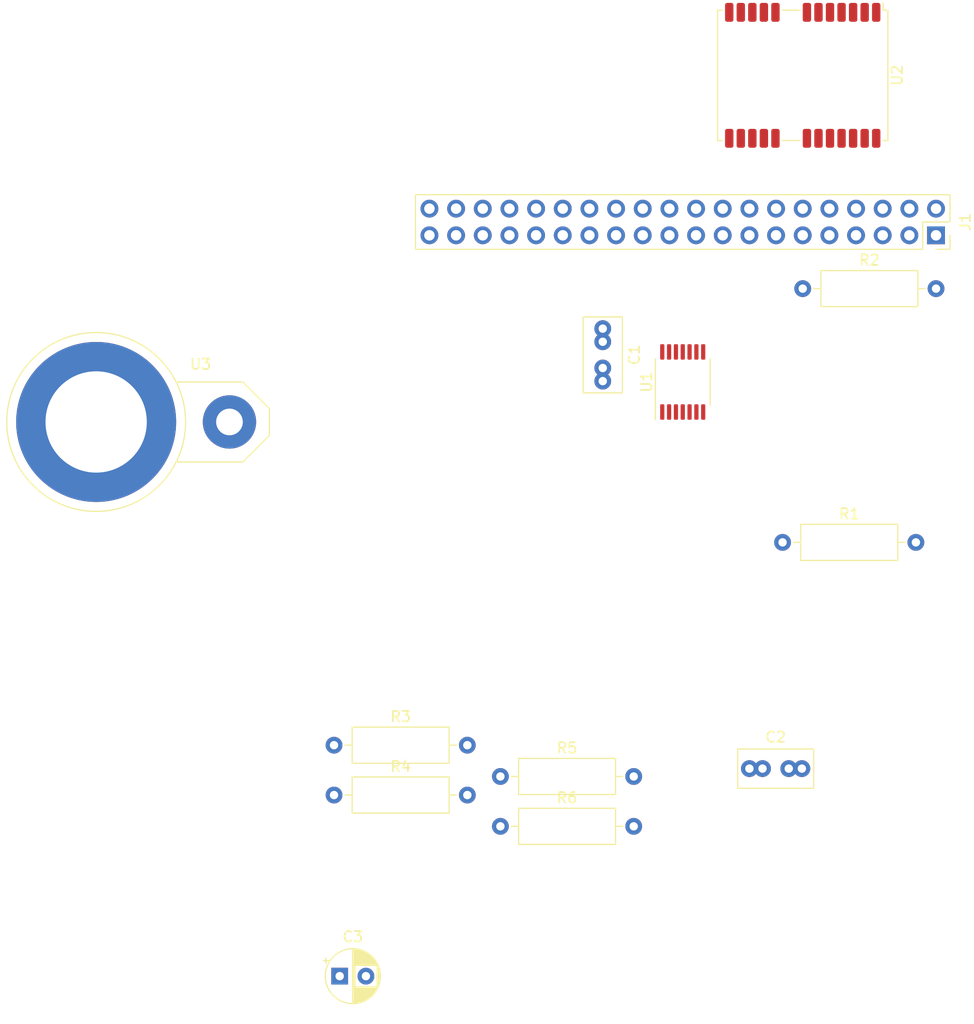
<source format=kicad_pcb>
(kicad_pcb (version 20171130) (host pcbnew "(5.1.8-0-10_14)")

  (general
    (thickness 1.6)
    (drawings 0)
    (tracks 0)
    (zones 0)
    (modules 13)
    (nets 68)
  )

  (page A4)
  (layers
    (0 F.Cu signal)
    (31 B.Cu signal)
    (32 B.Adhes user)
    (33 F.Adhes user)
    (34 B.Paste user)
    (35 F.Paste user)
    (36 B.SilkS user)
    (37 F.SilkS user)
    (38 B.Mask user)
    (39 F.Mask user)
    (40 Dwgs.User user)
    (41 Cmts.User user)
    (42 Eco1.User user)
    (43 Eco2.User user)
    (44 Edge.Cuts user)
    (45 Margin user)
    (46 B.CrtYd user)
    (47 F.CrtYd user)
    (48 B.Fab user)
    (49 F.Fab user)
  )

  (setup
    (last_trace_width 0.25)
    (trace_clearance 0.2)
    (zone_clearance 0.508)
    (zone_45_only no)
    (trace_min 0.2)
    (via_size 0.8)
    (via_drill 0.4)
    (via_min_size 0.4)
    (via_min_drill 0.3)
    (uvia_size 0.3)
    (uvia_drill 0.1)
    (uvias_allowed no)
    (uvia_min_size 0.2)
    (uvia_min_drill 0.1)
    (edge_width 0.05)
    (segment_width 0.2)
    (pcb_text_width 0.3)
    (pcb_text_size 1.5 1.5)
    (mod_edge_width 0.12)
    (mod_text_size 1 1)
    (mod_text_width 0.15)
    (pad_size 1.524 1.524)
    (pad_drill 0.762)
    (pad_to_mask_clearance 0)
    (aux_axis_origin 0 0)
    (grid_origin 162.56 81.28)
    (visible_elements FFFFFF7F)
    (pcbplotparams
      (layerselection 0x010fc_ffffffff)
      (usegerberextensions false)
      (usegerberattributes true)
      (usegerberadvancedattributes true)
      (creategerberjobfile true)
      (excludeedgelayer true)
      (linewidth 0.100000)
      (plotframeref false)
      (viasonmask false)
      (mode 1)
      (useauxorigin false)
      (hpglpennumber 1)
      (hpglpenspeed 20)
      (hpglpendiameter 15.000000)
      (psnegative false)
      (psa4output false)
      (plotreference true)
      (plotvalue true)
      (plotinvisibletext false)
      (padsonsilk false)
      (subtractmaskfromsilk false)
      (outputformat 1)
      (mirror false)
      (drillshape 1)
      (scaleselection 1)
      (outputdirectory ""))
  )

  (net 0 "")
  (net 1 Earth)
  (net 2 "Net-(C1-Pad1)")
  (net 3 "Net-(C2-Pad1)")
  (net 4 "Net-(C3-Pad1)")
  (net 5 "Net-(J1-Pad40)")
  (net 6 "Net-(J1-Pad39)")
  (net 7 "Net-(J1-Pad38)")
  (net 8 "Net-(J1-Pad37)")
  (net 9 "Net-(J1-Pad36)")
  (net 10 "Net-(J1-Pad35)")
  (net 11 "Net-(J1-Pad34)")
  (net 12 "Net-(J1-Pad33)")
  (net 13 "Net-(J1-Pad32)")
  (net 14 "Net-(J1-Pad31)")
  (net 15 "Net-(J1-Pad30)")
  (net 16 "Net-(J1-Pad29)")
  (net 17 "Net-(J1-Pad28)")
  (net 18 "Net-(J1-Pad27)")
  (net 19 "Net-(J1-Pad26)")
  (net 20 "Net-(J1-Pad25)")
  (net 21 "Net-(J1-Pad24)")
  (net 22 "Net-(J1-Pad23)")
  (net 23 "Net-(J1-Pad22)")
  (net 24 "Net-(J1-Pad21)")
  (net 25 "Net-(J1-Pad20)")
  (net 26 "Net-(J1-Pad19)")
  (net 27 "Net-(J1-Pad18)")
  (net 28 "Net-(J1-Pad17)")
  (net 29 "Net-(J1-Pad16)")
  (net 30 "Net-(J1-Pad15)")
  (net 31 "Net-(J1-Pad14)")
  (net 32 "Net-(J1-Pad13)")
  (net 33 "Net-(J1-Pad12)")
  (net 34 "Net-(J1-Pad11)")
  (net 35 "Net-(J1-Pad10)")
  (net 36 "Net-(J1-Pad9)")
  (net 37 "Net-(J1-Pad8)")
  (net 38 "Net-(J1-Pad7)")
  (net 39 "Net-(J1-Pad6)")
  (net 40 "Net-(J1-Pad5)")
  (net 41 "Net-(J1-Pad4)")
  (net 42 "Net-(J1-Pad3)")
  (net 43 "Net-(J1-Pad2)")
  (net 44 "Net-(R1-Pad1)")
  (net 45 "Net-(R3-Pad2)")
  (net 46 "Net-(R3-Pad1)")
  (net 47 "Net-(R5-Pad2)")
  (net 48 "Net-(R5-Pad1)")
  (net 49 "Net-(U1-Pad6)")
  (net 50 "Net-(U2-Pad22)")
  (net 51 "Net-(U2-Pad19)")
  (net 52 "Net-(U2-Pad18)")
  (net 53 "Net-(U2-Pad17)")
  (net 54 "Net-(U2-Pad16)")
  (net 55 "Net-(U2-Pad15)")
  (net 56 "Net-(U2-Pad14)")
  (net 57 "Net-(U2-Pad11)")
  (net 58 "Net-(U2-Pad9)")
  (net 59 "Net-(U2-Pad8)")
  (net 60 "Net-(U2-Pad7)")
  (net 61 "Net-(U2-Pad6)")
  (net 62 "Net-(U2-Pad5)")
  (net 63 "Net-(U2-Pad4)")
  (net 64 "Net-(U2-Pad2)")
  (net 65 "Net-(U2-Pad1)")
  (net 66 "Net-(U3-Pad1)")
  (net 67 "Net-(U3-Pad2)")

  (net_class Default "This is the default net class."
    (clearance 0.2)
    (trace_width 0.25)
    (via_dia 0.8)
    (via_drill 0.4)
    (uvia_dia 0.3)
    (uvia_drill 0.1)
    (add_net Earth)
    (add_net "Net-(C1-Pad1)")
    (add_net "Net-(C2-Pad1)")
    (add_net "Net-(C3-Pad1)")
    (add_net "Net-(J1-Pad10)")
    (add_net "Net-(J1-Pad11)")
    (add_net "Net-(J1-Pad12)")
    (add_net "Net-(J1-Pad13)")
    (add_net "Net-(J1-Pad14)")
    (add_net "Net-(J1-Pad15)")
    (add_net "Net-(J1-Pad16)")
    (add_net "Net-(J1-Pad17)")
    (add_net "Net-(J1-Pad18)")
    (add_net "Net-(J1-Pad19)")
    (add_net "Net-(J1-Pad2)")
    (add_net "Net-(J1-Pad20)")
    (add_net "Net-(J1-Pad21)")
    (add_net "Net-(J1-Pad22)")
    (add_net "Net-(J1-Pad23)")
    (add_net "Net-(J1-Pad24)")
    (add_net "Net-(J1-Pad25)")
    (add_net "Net-(J1-Pad26)")
    (add_net "Net-(J1-Pad27)")
    (add_net "Net-(J1-Pad28)")
    (add_net "Net-(J1-Pad29)")
    (add_net "Net-(J1-Pad3)")
    (add_net "Net-(J1-Pad30)")
    (add_net "Net-(J1-Pad31)")
    (add_net "Net-(J1-Pad32)")
    (add_net "Net-(J1-Pad33)")
    (add_net "Net-(J1-Pad34)")
    (add_net "Net-(J1-Pad35)")
    (add_net "Net-(J1-Pad36)")
    (add_net "Net-(J1-Pad37)")
    (add_net "Net-(J1-Pad38)")
    (add_net "Net-(J1-Pad39)")
    (add_net "Net-(J1-Pad4)")
    (add_net "Net-(J1-Pad40)")
    (add_net "Net-(J1-Pad5)")
    (add_net "Net-(J1-Pad6)")
    (add_net "Net-(J1-Pad7)")
    (add_net "Net-(J1-Pad8)")
    (add_net "Net-(J1-Pad9)")
    (add_net "Net-(R1-Pad1)")
    (add_net "Net-(R3-Pad1)")
    (add_net "Net-(R3-Pad2)")
    (add_net "Net-(R5-Pad1)")
    (add_net "Net-(R5-Pad2)")
    (add_net "Net-(U1-Pad6)")
    (add_net "Net-(U2-Pad1)")
    (add_net "Net-(U2-Pad11)")
    (add_net "Net-(U2-Pad14)")
    (add_net "Net-(U2-Pad15)")
    (add_net "Net-(U2-Pad16)")
    (add_net "Net-(U2-Pad17)")
    (add_net "Net-(U2-Pad18)")
    (add_net "Net-(U2-Pad19)")
    (add_net "Net-(U2-Pad2)")
    (add_net "Net-(U2-Pad22)")
    (add_net "Net-(U2-Pad4)")
    (add_net "Net-(U2-Pad5)")
    (add_net "Net-(U2-Pad6)")
    (add_net "Net-(U2-Pad7)")
    (add_net "Net-(U2-Pad8)")
    (add_net "Net-(U2-Pad9)")
    (add_net "Net-(U3-Pad1)")
    (add_net "Net-(U3-Pad2)")
  )

  (module Connector_Coaxial:BNC_PanelMountable_Vertical (layer F.Cu) (tedit 5A1DC01E) (tstamp 5FDE77B5)
    (at 120.65 68.58)
    (descr "Panel-mountable BNC connector mounted through PCB, vertical")
    (tags "BNC connector")
    (path /5FDF0F61)
    (fp_text reference U3 (at -2.75 -5.5) (layer F.SilkS)
      (effects (font (size 1 1) (thickness 0.15)))
    )
    (fp_text value CAM-M8N (at -0.15 5.3) (layer F.Fab)
      (effects (font (size 1 1) (thickness 0.15)))
    )
    (fp_arc (start -12.7 0) (end -4.75 4.5) (angle 301) (layer F.CrtYd) (width 0.05))
    (fp_text user %R (at -8.89 0) (layer F.Fab)
      (effects (font (size 1 1) (thickness 0.15)))
    )
    (fp_line (start -4.75 -4.5) (end 1.25 -4.5) (layer F.CrtYd) (width 0.05))
    (fp_line (start 1.25 -4.5) (end 4.5 -1.25) (layer F.CrtYd) (width 0.05))
    (fp_line (start 4.5 -1.25) (end 4.5 1.25) (layer F.CrtYd) (width 0.05))
    (fp_line (start 4.5 1.25) (end 1.25 4.5) (layer F.CrtYd) (width 0.05))
    (fp_line (start 1.25 4.5) (end -4.75 4.5) (layer F.CrtYd) (width 0.05))
    (fp_line (start -5.08 3.81) (end 1.27 3.81) (layer F.SilkS) (width 0.12))
    (fp_line (start 1.27 3.81) (end 3.81 1.27) (layer F.SilkS) (width 0.12))
    (fp_line (start 3.81 1.27) (end 3.81 -1.27) (layer F.SilkS) (width 0.12))
    (fp_line (start 3.81 -1.27) (end 1.27 -3.81) (layer F.SilkS) (width 0.12))
    (fp_line (start 1.27 -3.81) (end -5.08 -3.81) (layer F.SilkS) (width 0.12))
    (fp_circle (center -12.75 0) (end -6.75 5.75) (layer F.Fab) (width 0.1))
    (fp_circle (center -12.7 0) (end -5.08 3.81) (layer F.SilkS) (width 0.12))
    (pad 1 thru_hole circle (at 0 0) (size 5.08 5.08) (drill 2.54) (layers *.Cu *.Mask)
      (net 66 "Net-(U3-Pad1)"))
    (pad 2 thru_hole circle (at -12.7 0) (size 15.24 15.24) (drill 9.65) (layers *.Cu *.Mask)
      (net 67 "Net-(U3-Pad2)"))
    (model ${KISYS3DMOD}/Connector_Coaxial.3dshapes/BNC_PanelMountable_Vertical.wrl
      (at (xyz 0 0 0))
      (scale (xyz 1 1 1))
      (rotate (xyz 0 0 0))
    )
  )

  (module RF_GPS:ublox_NEO (layer F.Cu) (tedit 5E9E8DCC) (tstamp 5FDE77A1)
    (at 175.26 35.56 270)
    (descr "ublox NEO 6/7/8, (https://www.u-blox.com/sites/default/files/NEO-8Q-NEO-M8-FW3_HardwareIntegrationManual_%28UBX-15029985%29_0.pdf)")
    (tags "GPS ublox NEO 6/7/8")
    (path /5FDEDB61)
    (attr smd)
    (fp_text reference U2 (at 0 -9 90) (layer F.SilkS)
      (effects (font (size 1 1) (thickness 0.15)))
    )
    (fp_text value NEO-M8N (at 0 0.8 90) (layer F.Fab)
      (effects (font (size 1 1) (thickness 0.15)))
    )
    (fp_text user %R (at 0 -0.8 90) (layer F.Fab)
      (effects (font (size 1 1) (thickness 0.15)))
    )
    (fp_line (start -5.1 -8) (end 6.1 -8) (layer F.Fab) (width 0.1))
    (fp_line (start 6.1 -8) (end 6.1 8) (layer F.Fab) (width 0.1))
    (fp_line (start -6.1 8) (end 6.1 8) (layer F.Fab) (width 0.1))
    (fp_line (start -6.1 -7) (end -6.1 8) (layer F.Fab) (width 0.1))
    (fp_line (start -6.21 0.26) (end -6.21 1.94) (layer F.SilkS) (width 0.12))
    (fp_line (start 6.21 0.26) (end 6.21 1.94) (layer F.SilkS) (width 0.12))
    (fp_line (start -6.21 8.11) (end 6.21 8.11) (layer F.SilkS) (width 0.12))
    (fp_line (start -6.21 -8.11) (end 6.21 -8.11) (layer F.SilkS) (width 0.12))
    (fp_line (start -6.21 7.66) (end -6.21 8.11) (layer F.SilkS) (width 0.12))
    (fp_line (start 6.21 -8.11) (end 6.21 -7.66) (layer F.SilkS) (width 0.12))
    (fp_line (start -7.15 -8.25) (end -7.15 8.25) (layer F.CrtYd) (width 0.05))
    (fp_line (start -7.15 -8.25) (end 7.15 -8.25) (layer F.CrtYd) (width 0.05))
    (fp_line (start 7.15 -8.25) (end 7.15 8.25) (layer F.CrtYd) (width 0.05))
    (fp_line (start -7.15 8.25) (end 7.15 8.25) (layer F.CrtYd) (width 0.05))
    (fp_line (start 6.21 7.66) (end 6.21 8.1) (layer F.SilkS) (width 0.12))
    (fp_line (start -5.1 -8) (end -6.1 -7) (layer F.Fab) (width 0.1))
    (fp_line (start -6.21 -8.11) (end -6.21 -7.66) (layer F.SilkS) (width 0.12))
    (fp_line (start -6.9 -7.66) (end -6.21 -7.66) (layer F.SilkS) (width 0.12))
    (pad 24 smd roundrect (at 6 -7 270) (size 1.8 0.8) (layers F.Cu F.Paste F.Mask) (roundrect_rratio 0.25)
      (net 1 Earth))
    (pad 23 smd roundrect (at 6 -5.9 270) (size 1.8 0.8) (layers F.Cu F.Paste F.Mask) (roundrect_rratio 0.25)
      (net 2 "Net-(C1-Pad1)"))
    (pad 22 smd roundrect (at 6 -4.8 270) (size 1.8 0.8) (layers F.Cu F.Paste F.Mask) (roundrect_rratio 0.25)
      (net 50 "Net-(U2-Pad22)"))
    (pad 21 smd roundrect (at 6 -3.7 270) (size 1.8 0.8) (layers F.Cu F.Paste F.Mask) (roundrect_rratio 0.25)
      (net 37 "Net-(J1-Pad8)"))
    (pad 20 smd roundrect (at 6 -2.6 270) (size 1.8 0.8) (layers F.Cu F.Paste F.Mask) (roundrect_rratio 0.25)
      (net 35 "Net-(J1-Pad10)"))
    (pad 19 smd roundrect (at 6 -1.5 270) (size 1.8 0.8) (layers F.Cu F.Paste F.Mask) (roundrect_rratio 0.25)
      (net 51 "Net-(U2-Pad19)"))
    (pad 18 smd roundrect (at 6 -0.4 270) (size 1.8 0.8) (layers F.Cu F.Paste F.Mask) (roundrect_rratio 0.25)
      (net 52 "Net-(U2-Pad18)"))
    (pad 17 smd roundrect (at 6 2.6 270) (size 1.8 0.8) (layers F.Cu F.Paste F.Mask) (roundrect_rratio 0.25)
      (net 53 "Net-(U2-Pad17)"))
    (pad 16 smd roundrect (at 6 3.7 270) (size 1.8 0.8) (layers F.Cu F.Paste F.Mask) (roundrect_rratio 0.25)
      (net 54 "Net-(U2-Pad16)"))
    (pad 15 smd roundrect (at 6 4.8 270) (size 1.8 0.8) (layers F.Cu F.Paste F.Mask) (roundrect_rratio 0.25)
      (net 55 "Net-(U2-Pad15)"))
    (pad 14 smd roundrect (at 6 5.9 270) (size 1.8 0.8) (layers F.Cu F.Paste F.Mask) (roundrect_rratio 0.25)
      (net 56 "Net-(U2-Pad14)"))
    (pad 13 smd roundrect (at 6 7 270) (size 1.8 0.8) (layers F.Cu F.Paste F.Mask) (roundrect_rratio 0.25)
      (net 1 Earth))
    (pad 12 smd roundrect (at -6 7 270) (size 1.8 0.8) (layers F.Cu F.Paste F.Mask) (roundrect_rratio 0.25)
      (net 1 Earth))
    (pad 11 smd roundrect (at -6 5.9 270) (size 1.8 0.8) (layers F.Cu F.Paste F.Mask) (roundrect_rratio 0.25)
      (net 57 "Net-(U2-Pad11)"))
    (pad 10 smd roundrect (at -6 4.8 270) (size 1.8 0.8) (layers F.Cu F.Paste F.Mask) (roundrect_rratio 0.25)
      (net 1 Earth))
    (pad 9 smd roundrect (at -6 3.7 270) (size 1.8 0.8) (layers F.Cu F.Paste F.Mask) (roundrect_rratio 0.25)
      (net 58 "Net-(U2-Pad9)"))
    (pad 8 smd roundrect (at -6 2.6 270) (size 1.8 0.8) (layers F.Cu F.Paste F.Mask) (roundrect_rratio 0.25)
      (net 59 "Net-(U2-Pad8)"))
    (pad 7 smd roundrect (at -6 -0.4 270) (size 1.8 0.8) (layers F.Cu F.Paste F.Mask) (roundrect_rratio 0.25)
      (net 60 "Net-(U2-Pad7)"))
    (pad 6 smd roundrect (at -6 -1.5 270) (size 1.8 0.8) (layers F.Cu F.Paste F.Mask) (roundrect_rratio 0.25)
      (net 61 "Net-(U2-Pad6)"))
    (pad 5 smd roundrect (at -6 -2.6 270) (size 1.8 0.8) (layers F.Cu F.Paste F.Mask) (roundrect_rratio 0.25)
      (net 62 "Net-(U2-Pad5)"))
    (pad 4 smd roundrect (at -6 -3.7 270) (size 1.8 0.8) (layers F.Cu F.Paste F.Mask) (roundrect_rratio 0.25)
      (net 63 "Net-(U2-Pad4)"))
    (pad 3 smd roundrect (at -6 -4.8 270) (size 1.8 0.8) (layers F.Cu F.Paste F.Mask) (roundrect_rratio 0.25)
      (net 45 "Net-(R3-Pad2)"))
    (pad 2 smd roundrect (at -6 -5.9 270) (size 1.8 0.8) (layers F.Cu F.Paste F.Mask) (roundrect_rratio 0.25)
      (net 64 "Net-(U2-Pad2)"))
    (pad 1 smd roundrect (at -6 -7 270) (size 1.8 0.8) (layers F.Cu F.Paste F.Mask) (roundrect_rratio 0.25)
      (net 65 "Net-(U2-Pad1)"))
    (model ${KISYS3DMOD}/RF_GPS.3dshapes/ublox_NEO.wrl
      (at (xyz 0 0 0))
      (scale (xyz 1 1 1))
      (rotate (xyz 0 0 0))
    )
  )

  (module Package_SO:TSSOP-14_4.4x5mm_P0.65mm (layer F.Cu) (tedit 5E476F32) (tstamp 5FDE7772)
    (at 163.83 64.77 90)
    (descr "TSSOP, 14 Pin (JEDEC MO-153 Var AB-1 https://www.jedec.org/document_search?search_api_views_fulltext=MO-153), generated with kicad-footprint-generator ipc_gullwing_generator.py")
    (tags "TSSOP SO")
    (path /5FDE22C2)
    (attr smd)
    (fp_text reference U1 (at 0 -3.45 90) (layer F.SilkS)
      (effects (font (size 1 1) (thickness 0.15)))
    )
    (fp_text value TDC7200 (at 0 3.45 90) (layer F.Fab)
      (effects (font (size 1 1) (thickness 0.15)))
    )
    (fp_text user %R (at 0 0 90) (layer F.Fab)
      (effects (font (size 1 1) (thickness 0.15)))
    )
    (fp_line (start 0 2.61) (end 2.2 2.61) (layer F.SilkS) (width 0.12))
    (fp_line (start 0 2.61) (end -2.2 2.61) (layer F.SilkS) (width 0.12))
    (fp_line (start 0 -2.61) (end 2.2 -2.61) (layer F.SilkS) (width 0.12))
    (fp_line (start 0 -2.61) (end -3.6 -2.61) (layer F.SilkS) (width 0.12))
    (fp_line (start -1.2 -2.5) (end 2.2 -2.5) (layer F.Fab) (width 0.1))
    (fp_line (start 2.2 -2.5) (end 2.2 2.5) (layer F.Fab) (width 0.1))
    (fp_line (start 2.2 2.5) (end -2.2 2.5) (layer F.Fab) (width 0.1))
    (fp_line (start -2.2 2.5) (end -2.2 -1.5) (layer F.Fab) (width 0.1))
    (fp_line (start -2.2 -1.5) (end -1.2 -2.5) (layer F.Fab) (width 0.1))
    (fp_line (start -3.85 -2.75) (end -3.85 2.75) (layer F.CrtYd) (width 0.05))
    (fp_line (start -3.85 2.75) (end 3.85 2.75) (layer F.CrtYd) (width 0.05))
    (fp_line (start 3.85 2.75) (end 3.85 -2.75) (layer F.CrtYd) (width 0.05))
    (fp_line (start 3.85 -2.75) (end -3.85 -2.75) (layer F.CrtYd) (width 0.05))
    (pad 14 smd roundrect (at 2.8625 -1.95 90) (size 1.475 0.4) (layers F.Cu F.Paste F.Mask) (roundrect_rratio 0.25)
      (net 2 "Net-(C1-Pad1)"))
    (pad 13 smd roundrect (at 2.8625 -1.3 90) (size 1.475 0.4) (layers F.Cu F.Paste F.Mask) (roundrect_rratio 0.25)
      (net 3 "Net-(C2-Pad1)"))
    (pad 12 smd roundrect (at 2.8625 -0.65 90) (size 1.475 0.4) (layers F.Cu F.Paste F.Mask) (roundrect_rratio 0.25)
      (net 22 "Net-(J1-Pad23)"))
    (pad 11 smd roundrect (at 2.8625 0 90) (size 1.475 0.4) (layers F.Cu F.Paste F.Mask) (roundrect_rratio 0.25)
      (net 21 "Net-(J1-Pad24)"))
    (pad 10 smd roundrect (at 2.8625 0.65 90) (size 1.475 0.4) (layers F.Cu F.Paste F.Mask) (roundrect_rratio 0.25)
      (net 24 "Net-(J1-Pad21)"))
    (pad 9 smd roundrect (at 2.8625 1.3 90) (size 1.475 0.4) (layers F.Cu F.Paste F.Mask) (roundrect_rratio 0.25)
      (net 26 "Net-(J1-Pad19)"))
    (pad 8 smd roundrect (at 2.8625 1.95 90) (size 1.475 0.4) (layers F.Cu F.Paste F.Mask) (roundrect_rratio 0.25)
      (net 7 "Net-(J1-Pad38)"))
    (pad 7 smd roundrect (at -2.8625 1.95 90) (size 1.475 0.4) (layers F.Cu F.Paste F.Mask) (roundrect_rratio 0.25)
      (net 1 Earth))
    (pad 6 smd roundrect (at -2.8625 1.3 90) (size 1.475 0.4) (layers F.Cu F.Paste F.Mask) (roundrect_rratio 0.25)
      (net 49 "Net-(U1-Pad6)"))
    (pad 5 smd roundrect (at -2.8625 0.65 90) (size 1.475 0.4) (layers F.Cu F.Paste F.Mask) (roundrect_rratio 0.25)
      (net 47 "Net-(R5-Pad2)"))
    (pad 4 smd roundrect (at -2.8625 0 90) (size 1.475 0.4) (layers F.Cu F.Paste F.Mask) (roundrect_rratio 0.25)
      (net 48 "Net-(R5-Pad1)"))
    (pad 3 smd roundrect (at -2.8625 -0.65 90) (size 1.475 0.4) (layers F.Cu F.Paste F.Mask) (roundrect_rratio 0.25)
      (net 46 "Net-(R3-Pad1)"))
    (pad 2 smd roundrect (at -2.8625 -1.3 90) (size 1.475 0.4) (layers F.Cu F.Paste F.Mask) (roundrect_rratio 0.25)
      (net 5 "Net-(J1-Pad40)"))
    (pad 1 smd roundrect (at -2.8625 -1.95 90) (size 1.475 0.4) (layers F.Cu F.Paste F.Mask) (roundrect_rratio 0.25)
      (net 44 "Net-(R1-Pad1)"))
    (model ${KISYS3DMOD}/Package_SO.3dshapes/TSSOP-14_4.4x5mm_P0.65mm.wrl
      (at (xyz 0 0 0))
      (scale (xyz 1 1 1))
      (rotate (xyz 0 0 0))
    )
  )

  (module Resistor_THT:R_Axial_DIN0309_L9.0mm_D3.2mm_P12.70mm_Horizontal (layer F.Cu) (tedit 5AE5139B) (tstamp 5FDE7752)
    (at 146.46 107.1)
    (descr "Resistor, Axial_DIN0309 series, Axial, Horizontal, pin pitch=12.7mm, 0.5W = 1/2W, length*diameter=9*3.2mm^2, http://cdn-reichelt.de/documents/datenblatt/B400/1_4W%23YAG.pdf")
    (tags "Resistor Axial_DIN0309 series Axial Horizontal pin pitch 12.7mm 0.5W = 1/2W length 9mm diameter 3.2mm")
    (path /5FDF3A7A)
    (fp_text reference R6 (at 6.35 -2.72) (layer F.SilkS)
      (effects (font (size 1 1) (thickness 0.15)))
    )
    (fp_text value 100 (at 6.35 2.72) (layer F.Fab)
      (effects (font (size 1 1) (thickness 0.15)))
    )
    (fp_text user %R (at 6.35 0) (layer F.Fab)
      (effects (font (size 1 1) (thickness 0.15)))
    )
    (fp_line (start 1.85 -1.6) (end 1.85 1.6) (layer F.Fab) (width 0.1))
    (fp_line (start 1.85 1.6) (end 10.85 1.6) (layer F.Fab) (width 0.1))
    (fp_line (start 10.85 1.6) (end 10.85 -1.6) (layer F.Fab) (width 0.1))
    (fp_line (start 10.85 -1.6) (end 1.85 -1.6) (layer F.Fab) (width 0.1))
    (fp_line (start 0 0) (end 1.85 0) (layer F.Fab) (width 0.1))
    (fp_line (start 12.7 0) (end 10.85 0) (layer F.Fab) (width 0.1))
    (fp_line (start 1.73 -1.72) (end 1.73 1.72) (layer F.SilkS) (width 0.12))
    (fp_line (start 1.73 1.72) (end 10.97 1.72) (layer F.SilkS) (width 0.12))
    (fp_line (start 10.97 1.72) (end 10.97 -1.72) (layer F.SilkS) (width 0.12))
    (fp_line (start 10.97 -1.72) (end 1.73 -1.72) (layer F.SilkS) (width 0.12))
    (fp_line (start 1.04 0) (end 1.73 0) (layer F.SilkS) (width 0.12))
    (fp_line (start 11.66 0) (end 10.97 0) (layer F.SilkS) (width 0.12))
    (fp_line (start -1.05 -1.85) (end -1.05 1.85) (layer F.CrtYd) (width 0.05))
    (fp_line (start -1.05 1.85) (end 13.75 1.85) (layer F.CrtYd) (width 0.05))
    (fp_line (start 13.75 1.85) (end 13.75 -1.85) (layer F.CrtYd) (width 0.05))
    (fp_line (start 13.75 -1.85) (end -1.05 -1.85) (layer F.CrtYd) (width 0.05))
    (pad 2 thru_hole oval (at 12.7 0) (size 1.6 1.6) (drill 0.8) (layers *.Cu *.Mask)
      (net 47 "Net-(R5-Pad2)"))
    (pad 1 thru_hole circle (at 0 0) (size 1.6 1.6) (drill 0.8) (layers *.Cu *.Mask)
      (net 48 "Net-(R5-Pad1)"))
    (model ${KISYS3DMOD}/Resistor_THT.3dshapes/R_Axial_DIN0309_L9.0mm_D3.2mm_P12.70mm_Horizontal.wrl
      (at (xyz 0 0 0))
      (scale (xyz 1 1 1))
      (rotate (xyz 0 0 0))
    )
  )

  (module Resistor_THT:R_Axial_DIN0309_L9.0mm_D3.2mm_P12.70mm_Horizontal (layer F.Cu) (tedit 5AE5139B) (tstamp 5FDE773B)
    (at 146.46 102.35)
    (descr "Resistor, Axial_DIN0309 series, Axial, Horizontal, pin pitch=12.7mm, 0.5W = 1/2W, length*diameter=9*3.2mm^2, http://cdn-reichelt.de/documents/datenblatt/B400/1_4W%23YAG.pdf")
    (tags "Resistor Axial_DIN0309 series Axial Horizontal pin pitch 12.7mm 0.5W = 1/2W length 9mm diameter 3.2mm")
    (path /5FDF4304)
    (fp_text reference R5 (at 6.35 -2.72) (layer F.SilkS)
      (effects (font (size 1 1) (thickness 0.15)))
    )
    (fp_text value 100 (at 6.35 2.72) (layer F.Fab)
      (effects (font (size 1 1) (thickness 0.15)))
    )
    (fp_text user %R (at 6.35 0) (layer F.Fab)
      (effects (font (size 1 1) (thickness 0.15)))
    )
    (fp_line (start 1.85 -1.6) (end 1.85 1.6) (layer F.Fab) (width 0.1))
    (fp_line (start 1.85 1.6) (end 10.85 1.6) (layer F.Fab) (width 0.1))
    (fp_line (start 10.85 1.6) (end 10.85 -1.6) (layer F.Fab) (width 0.1))
    (fp_line (start 10.85 -1.6) (end 1.85 -1.6) (layer F.Fab) (width 0.1))
    (fp_line (start 0 0) (end 1.85 0) (layer F.Fab) (width 0.1))
    (fp_line (start 12.7 0) (end 10.85 0) (layer F.Fab) (width 0.1))
    (fp_line (start 1.73 -1.72) (end 1.73 1.72) (layer F.SilkS) (width 0.12))
    (fp_line (start 1.73 1.72) (end 10.97 1.72) (layer F.SilkS) (width 0.12))
    (fp_line (start 10.97 1.72) (end 10.97 -1.72) (layer F.SilkS) (width 0.12))
    (fp_line (start 10.97 -1.72) (end 1.73 -1.72) (layer F.SilkS) (width 0.12))
    (fp_line (start 1.04 0) (end 1.73 0) (layer F.SilkS) (width 0.12))
    (fp_line (start 11.66 0) (end 10.97 0) (layer F.SilkS) (width 0.12))
    (fp_line (start -1.05 -1.85) (end -1.05 1.85) (layer F.CrtYd) (width 0.05))
    (fp_line (start -1.05 1.85) (end 13.75 1.85) (layer F.CrtYd) (width 0.05))
    (fp_line (start 13.75 1.85) (end 13.75 -1.85) (layer F.CrtYd) (width 0.05))
    (fp_line (start 13.75 -1.85) (end -1.05 -1.85) (layer F.CrtYd) (width 0.05))
    (pad 2 thru_hole oval (at 12.7 0) (size 1.6 1.6) (drill 0.8) (layers *.Cu *.Mask)
      (net 47 "Net-(R5-Pad2)"))
    (pad 1 thru_hole circle (at 0 0) (size 1.6 1.6) (drill 0.8) (layers *.Cu *.Mask)
      (net 48 "Net-(R5-Pad1)"))
    (model ${KISYS3DMOD}/Resistor_THT.3dshapes/R_Axial_DIN0309_L9.0mm_D3.2mm_P12.70mm_Horizontal.wrl
      (at (xyz 0 0 0))
      (scale (xyz 1 1 1))
      (rotate (xyz 0 0 0))
    )
  )

  (module Resistor_THT:R_Axial_DIN0309_L9.0mm_D3.2mm_P12.70mm_Horizontal (layer F.Cu) (tedit 5AE5139B) (tstamp 5FDE7724)
    (at 130.61 104.12)
    (descr "Resistor, Axial_DIN0309 series, Axial, Horizontal, pin pitch=12.7mm, 0.5W = 1/2W, length*diameter=9*3.2mm^2, http://cdn-reichelt.de/documents/datenblatt/B400/1_4W%23YAG.pdf")
    (tags "Resistor Axial_DIN0309 series Axial Horizontal pin pitch 12.7mm 0.5W = 1/2W length 9mm diameter 3.2mm")
    (path /5FDF4B56)
    (fp_text reference R4 (at 6.35 -2.72) (layer F.SilkS)
      (effects (font (size 1 1) (thickness 0.15)))
    )
    (fp_text value 100 (at 6.35 2.72) (layer F.Fab)
      (effects (font (size 1 1) (thickness 0.15)))
    )
    (fp_text user %R (at 6.35 0) (layer F.Fab)
      (effects (font (size 1 1) (thickness 0.15)))
    )
    (fp_line (start 1.85 -1.6) (end 1.85 1.6) (layer F.Fab) (width 0.1))
    (fp_line (start 1.85 1.6) (end 10.85 1.6) (layer F.Fab) (width 0.1))
    (fp_line (start 10.85 1.6) (end 10.85 -1.6) (layer F.Fab) (width 0.1))
    (fp_line (start 10.85 -1.6) (end 1.85 -1.6) (layer F.Fab) (width 0.1))
    (fp_line (start 0 0) (end 1.85 0) (layer F.Fab) (width 0.1))
    (fp_line (start 12.7 0) (end 10.85 0) (layer F.Fab) (width 0.1))
    (fp_line (start 1.73 -1.72) (end 1.73 1.72) (layer F.SilkS) (width 0.12))
    (fp_line (start 1.73 1.72) (end 10.97 1.72) (layer F.SilkS) (width 0.12))
    (fp_line (start 10.97 1.72) (end 10.97 -1.72) (layer F.SilkS) (width 0.12))
    (fp_line (start 10.97 -1.72) (end 1.73 -1.72) (layer F.SilkS) (width 0.12))
    (fp_line (start 1.04 0) (end 1.73 0) (layer F.SilkS) (width 0.12))
    (fp_line (start 11.66 0) (end 10.97 0) (layer F.SilkS) (width 0.12))
    (fp_line (start -1.05 -1.85) (end -1.05 1.85) (layer F.CrtYd) (width 0.05))
    (fp_line (start -1.05 1.85) (end 13.75 1.85) (layer F.CrtYd) (width 0.05))
    (fp_line (start 13.75 1.85) (end 13.75 -1.85) (layer F.CrtYd) (width 0.05))
    (fp_line (start 13.75 -1.85) (end -1.05 -1.85) (layer F.CrtYd) (width 0.05))
    (pad 2 thru_hole oval (at 12.7 0) (size 1.6 1.6) (drill 0.8) (layers *.Cu *.Mask)
      (net 45 "Net-(R3-Pad2)"))
    (pad 1 thru_hole circle (at 0 0) (size 1.6 1.6) (drill 0.8) (layers *.Cu *.Mask)
      (net 46 "Net-(R3-Pad1)"))
    (model ${KISYS3DMOD}/Resistor_THT.3dshapes/R_Axial_DIN0309_L9.0mm_D3.2mm_P12.70mm_Horizontal.wrl
      (at (xyz 0 0 0))
      (scale (xyz 1 1 1))
      (rotate (xyz 0 0 0))
    )
  )

  (module Resistor_THT:R_Axial_DIN0309_L9.0mm_D3.2mm_P12.70mm_Horizontal (layer F.Cu) (tedit 5AE5139B) (tstamp 5FDE770D)
    (at 130.61 99.37)
    (descr "Resistor, Axial_DIN0309 series, Axial, Horizontal, pin pitch=12.7mm, 0.5W = 1/2W, length*diameter=9*3.2mm^2, http://cdn-reichelt.de/documents/datenblatt/B400/1_4W%23YAG.pdf")
    (tags "Resistor Axial_DIN0309 series Axial Horizontal pin pitch 12.7mm 0.5W = 1/2W length 9mm diameter 3.2mm")
    (path /5FDF50AF)
    (fp_text reference R3 (at 6.35 -2.72) (layer F.SilkS)
      (effects (font (size 1 1) (thickness 0.15)))
    )
    (fp_text value 100 (at 6.35 2.72) (layer F.Fab)
      (effects (font (size 1 1) (thickness 0.15)))
    )
    (fp_text user %R (at 6.35 0) (layer F.Fab)
      (effects (font (size 1 1) (thickness 0.15)))
    )
    (fp_line (start 1.85 -1.6) (end 1.85 1.6) (layer F.Fab) (width 0.1))
    (fp_line (start 1.85 1.6) (end 10.85 1.6) (layer F.Fab) (width 0.1))
    (fp_line (start 10.85 1.6) (end 10.85 -1.6) (layer F.Fab) (width 0.1))
    (fp_line (start 10.85 -1.6) (end 1.85 -1.6) (layer F.Fab) (width 0.1))
    (fp_line (start 0 0) (end 1.85 0) (layer F.Fab) (width 0.1))
    (fp_line (start 12.7 0) (end 10.85 0) (layer F.Fab) (width 0.1))
    (fp_line (start 1.73 -1.72) (end 1.73 1.72) (layer F.SilkS) (width 0.12))
    (fp_line (start 1.73 1.72) (end 10.97 1.72) (layer F.SilkS) (width 0.12))
    (fp_line (start 10.97 1.72) (end 10.97 -1.72) (layer F.SilkS) (width 0.12))
    (fp_line (start 10.97 -1.72) (end 1.73 -1.72) (layer F.SilkS) (width 0.12))
    (fp_line (start 1.04 0) (end 1.73 0) (layer F.SilkS) (width 0.12))
    (fp_line (start 11.66 0) (end 10.97 0) (layer F.SilkS) (width 0.12))
    (fp_line (start -1.05 -1.85) (end -1.05 1.85) (layer F.CrtYd) (width 0.05))
    (fp_line (start -1.05 1.85) (end 13.75 1.85) (layer F.CrtYd) (width 0.05))
    (fp_line (start 13.75 1.85) (end 13.75 -1.85) (layer F.CrtYd) (width 0.05))
    (fp_line (start 13.75 -1.85) (end -1.05 -1.85) (layer F.CrtYd) (width 0.05))
    (pad 2 thru_hole oval (at 12.7 0) (size 1.6 1.6) (drill 0.8) (layers *.Cu *.Mask)
      (net 45 "Net-(R3-Pad2)"))
    (pad 1 thru_hole circle (at 0 0) (size 1.6 1.6) (drill 0.8) (layers *.Cu *.Mask)
      (net 46 "Net-(R3-Pad1)"))
    (model ${KISYS3DMOD}/Resistor_THT.3dshapes/R_Axial_DIN0309_L9.0mm_D3.2mm_P12.70mm_Horizontal.wrl
      (at (xyz 0 0 0))
      (scale (xyz 1 1 1))
      (rotate (xyz 0 0 0))
    )
  )

  (module Resistor_THT:R_Axial_DIN0309_L9.0mm_D3.2mm_P12.70mm_Horizontal (layer F.Cu) (tedit 5AE5139B) (tstamp 5FDE76F6)
    (at 175.26 55.88)
    (descr "Resistor, Axial_DIN0309 series, Axial, Horizontal, pin pitch=12.7mm, 0.5W = 1/2W, length*diameter=9*3.2mm^2, http://cdn-reichelt.de/documents/datenblatt/B400/1_4W%23YAG.pdf")
    (tags "Resistor Axial_DIN0309 series Axial Horizontal pin pitch 12.7mm 0.5W = 1/2W length 9mm diameter 3.2mm")
    (path /5FDF62C4)
    (fp_text reference R2 (at 6.35 -2.72) (layer F.SilkS)
      (effects (font (size 1 1) (thickness 0.15)))
    )
    (fp_text value 10k (at 6.35 2.72) (layer F.Fab)
      (effects (font (size 1 1) (thickness 0.15)))
    )
    (fp_text user %R (at 6.35 0) (layer F.Fab)
      (effects (font (size 1 1) (thickness 0.15)))
    )
    (fp_line (start 1.85 -1.6) (end 1.85 1.6) (layer F.Fab) (width 0.1))
    (fp_line (start 1.85 1.6) (end 10.85 1.6) (layer F.Fab) (width 0.1))
    (fp_line (start 10.85 1.6) (end 10.85 -1.6) (layer F.Fab) (width 0.1))
    (fp_line (start 10.85 -1.6) (end 1.85 -1.6) (layer F.Fab) (width 0.1))
    (fp_line (start 0 0) (end 1.85 0) (layer F.Fab) (width 0.1))
    (fp_line (start 12.7 0) (end 10.85 0) (layer F.Fab) (width 0.1))
    (fp_line (start 1.73 -1.72) (end 1.73 1.72) (layer F.SilkS) (width 0.12))
    (fp_line (start 1.73 1.72) (end 10.97 1.72) (layer F.SilkS) (width 0.12))
    (fp_line (start 10.97 1.72) (end 10.97 -1.72) (layer F.SilkS) (width 0.12))
    (fp_line (start 10.97 -1.72) (end 1.73 -1.72) (layer F.SilkS) (width 0.12))
    (fp_line (start 1.04 0) (end 1.73 0) (layer F.SilkS) (width 0.12))
    (fp_line (start 11.66 0) (end 10.97 0) (layer F.SilkS) (width 0.12))
    (fp_line (start -1.05 -1.85) (end -1.05 1.85) (layer F.CrtYd) (width 0.05))
    (fp_line (start -1.05 1.85) (end 13.75 1.85) (layer F.CrtYd) (width 0.05))
    (fp_line (start 13.75 1.85) (end 13.75 -1.85) (layer F.CrtYd) (width 0.05))
    (fp_line (start 13.75 -1.85) (end -1.05 -1.85) (layer F.CrtYd) (width 0.05))
    (pad 2 thru_hole oval (at 12.7 0) (size 1.6 1.6) (drill 0.8) (layers *.Cu *.Mask)
      (net 4 "Net-(C3-Pad1)"))
    (pad 1 thru_hole circle (at 0 0) (size 1.6 1.6) (drill 0.8) (layers *.Cu *.Mask)
      (net 7 "Net-(J1-Pad38)"))
    (model ${KISYS3DMOD}/Resistor_THT.3dshapes/R_Axial_DIN0309_L9.0mm_D3.2mm_P12.70mm_Horizontal.wrl
      (at (xyz 0 0 0))
      (scale (xyz 1 1 1))
      (rotate (xyz 0 0 0))
    )
  )

  (module Resistor_THT:R_Axial_DIN0309_L9.0mm_D3.2mm_P12.70mm_Horizontal (layer F.Cu) (tedit 5AE5139B) (tstamp 5FDE76DF)
    (at 173.34 80.05)
    (descr "Resistor, Axial_DIN0309 series, Axial, Horizontal, pin pitch=12.7mm, 0.5W = 1/2W, length*diameter=9*3.2mm^2, http://cdn-reichelt.de/documents/datenblatt/B400/1_4W%23YAG.pdf")
    (tags "Resistor Axial_DIN0309 series Axial Horizontal pin pitch 12.7mm 0.5W = 1/2W length 9mm diameter 3.2mm")
    (path /5FDF5536)
    (fp_text reference R1 (at 6.35 -2.72) (layer F.SilkS)
      (effects (font (size 1 1) (thickness 0.15)))
    )
    (fp_text value 1k (at 6.35 2.72) (layer F.Fab)
      (effects (font (size 1 1) (thickness 0.15)))
    )
    (fp_text user %R (at 6.35 0) (layer F.Fab)
      (effects (font (size 1 1) (thickness 0.15)))
    )
    (fp_line (start 1.85 -1.6) (end 1.85 1.6) (layer F.Fab) (width 0.1))
    (fp_line (start 1.85 1.6) (end 10.85 1.6) (layer F.Fab) (width 0.1))
    (fp_line (start 10.85 1.6) (end 10.85 -1.6) (layer F.Fab) (width 0.1))
    (fp_line (start 10.85 -1.6) (end 1.85 -1.6) (layer F.Fab) (width 0.1))
    (fp_line (start 0 0) (end 1.85 0) (layer F.Fab) (width 0.1))
    (fp_line (start 12.7 0) (end 10.85 0) (layer F.Fab) (width 0.1))
    (fp_line (start 1.73 -1.72) (end 1.73 1.72) (layer F.SilkS) (width 0.12))
    (fp_line (start 1.73 1.72) (end 10.97 1.72) (layer F.SilkS) (width 0.12))
    (fp_line (start 10.97 1.72) (end 10.97 -1.72) (layer F.SilkS) (width 0.12))
    (fp_line (start 10.97 -1.72) (end 1.73 -1.72) (layer F.SilkS) (width 0.12))
    (fp_line (start 1.04 0) (end 1.73 0) (layer F.SilkS) (width 0.12))
    (fp_line (start 11.66 0) (end 10.97 0) (layer F.SilkS) (width 0.12))
    (fp_line (start -1.05 -1.85) (end -1.05 1.85) (layer F.CrtYd) (width 0.05))
    (fp_line (start -1.05 1.85) (end 13.75 1.85) (layer F.CrtYd) (width 0.05))
    (fp_line (start 13.75 1.85) (end 13.75 -1.85) (layer F.CrtYd) (width 0.05))
    (fp_line (start 13.75 -1.85) (end -1.05 -1.85) (layer F.CrtYd) (width 0.05))
    (pad 2 thru_hole oval (at 12.7 0) (size 1.6 1.6) (drill 0.8) (layers *.Cu *.Mask)
      (net 33 "Net-(J1-Pad12)"))
    (pad 1 thru_hole circle (at 0 0) (size 1.6 1.6) (drill 0.8) (layers *.Cu *.Mask)
      (net 44 "Net-(R1-Pad1)"))
    (model ${KISYS3DMOD}/Resistor_THT.3dshapes/R_Axial_DIN0309_L9.0mm_D3.2mm_P12.70mm_Horizontal.wrl
      (at (xyz 0 0 0))
      (scale (xyz 1 1 1))
      (rotate (xyz 0 0 0))
    )
  )

  (module Connector_PinSocket_2.54mm:PinSocket_2x20_P2.54mm_Vertical (layer F.Cu) (tedit 5A19A433) (tstamp 5FDE76C8)
    (at 187.96 50.8 270)
    (descr "Through hole straight socket strip, 2x20, 2.54mm pitch, double cols (from Kicad 4.0.7), script generated")
    (tags "Through hole socket strip THT 2x20 2.54mm double row")
    (path /5FDE3BB6)
    (fp_text reference J1 (at -1.27 -2.77 90) (layer F.SilkS)
      (effects (font (size 1 1) (thickness 0.15)))
    )
    (fp_text value Raspberry_Pi_2_3 (at -1.27 51.03 90) (layer F.Fab)
      (effects (font (size 1 1) (thickness 0.15)))
    )
    (fp_text user %R (at -1.27 24.13) (layer F.Fab)
      (effects (font (size 1 1) (thickness 0.15)))
    )
    (fp_line (start -3.81 -1.27) (end 0.27 -1.27) (layer F.Fab) (width 0.1))
    (fp_line (start 0.27 -1.27) (end 1.27 -0.27) (layer F.Fab) (width 0.1))
    (fp_line (start 1.27 -0.27) (end 1.27 49.53) (layer F.Fab) (width 0.1))
    (fp_line (start 1.27 49.53) (end -3.81 49.53) (layer F.Fab) (width 0.1))
    (fp_line (start -3.81 49.53) (end -3.81 -1.27) (layer F.Fab) (width 0.1))
    (fp_line (start -3.87 -1.33) (end -1.27 -1.33) (layer F.SilkS) (width 0.12))
    (fp_line (start -3.87 -1.33) (end -3.87 49.59) (layer F.SilkS) (width 0.12))
    (fp_line (start -3.87 49.59) (end 1.33 49.59) (layer F.SilkS) (width 0.12))
    (fp_line (start 1.33 1.27) (end 1.33 49.59) (layer F.SilkS) (width 0.12))
    (fp_line (start -1.27 1.27) (end 1.33 1.27) (layer F.SilkS) (width 0.12))
    (fp_line (start -1.27 -1.33) (end -1.27 1.27) (layer F.SilkS) (width 0.12))
    (fp_line (start 1.33 -1.33) (end 1.33 0) (layer F.SilkS) (width 0.12))
    (fp_line (start 0 -1.33) (end 1.33 -1.33) (layer F.SilkS) (width 0.12))
    (fp_line (start -4.34 -1.8) (end 1.76 -1.8) (layer F.CrtYd) (width 0.05))
    (fp_line (start 1.76 -1.8) (end 1.76 50) (layer F.CrtYd) (width 0.05))
    (fp_line (start 1.76 50) (end -4.34 50) (layer F.CrtYd) (width 0.05))
    (fp_line (start -4.34 50) (end -4.34 -1.8) (layer F.CrtYd) (width 0.05))
    (pad 40 thru_hole oval (at -2.54 48.26 270) (size 1.7 1.7) (drill 1) (layers *.Cu *.Mask)
      (net 5 "Net-(J1-Pad40)"))
    (pad 39 thru_hole oval (at 0 48.26 270) (size 1.7 1.7) (drill 1) (layers *.Cu *.Mask)
      (net 6 "Net-(J1-Pad39)"))
    (pad 38 thru_hole oval (at -2.54 45.72 270) (size 1.7 1.7) (drill 1) (layers *.Cu *.Mask)
      (net 7 "Net-(J1-Pad38)"))
    (pad 37 thru_hole oval (at 0 45.72 270) (size 1.7 1.7) (drill 1) (layers *.Cu *.Mask)
      (net 8 "Net-(J1-Pad37)"))
    (pad 36 thru_hole oval (at -2.54 43.18 270) (size 1.7 1.7) (drill 1) (layers *.Cu *.Mask)
      (net 9 "Net-(J1-Pad36)"))
    (pad 35 thru_hole oval (at 0 43.18 270) (size 1.7 1.7) (drill 1) (layers *.Cu *.Mask)
      (net 10 "Net-(J1-Pad35)"))
    (pad 34 thru_hole oval (at -2.54 40.64 270) (size 1.7 1.7) (drill 1) (layers *.Cu *.Mask)
      (net 11 "Net-(J1-Pad34)"))
    (pad 33 thru_hole oval (at 0 40.64 270) (size 1.7 1.7) (drill 1) (layers *.Cu *.Mask)
      (net 12 "Net-(J1-Pad33)"))
    (pad 32 thru_hole oval (at -2.54 38.1 270) (size 1.7 1.7) (drill 1) (layers *.Cu *.Mask)
      (net 13 "Net-(J1-Pad32)"))
    (pad 31 thru_hole oval (at 0 38.1 270) (size 1.7 1.7) (drill 1) (layers *.Cu *.Mask)
      (net 14 "Net-(J1-Pad31)"))
    (pad 30 thru_hole oval (at -2.54 35.56 270) (size 1.7 1.7) (drill 1) (layers *.Cu *.Mask)
      (net 15 "Net-(J1-Pad30)"))
    (pad 29 thru_hole oval (at 0 35.56 270) (size 1.7 1.7) (drill 1) (layers *.Cu *.Mask)
      (net 16 "Net-(J1-Pad29)"))
    (pad 28 thru_hole oval (at -2.54 33.02 270) (size 1.7 1.7) (drill 1) (layers *.Cu *.Mask)
      (net 17 "Net-(J1-Pad28)"))
    (pad 27 thru_hole oval (at 0 33.02 270) (size 1.7 1.7) (drill 1) (layers *.Cu *.Mask)
      (net 18 "Net-(J1-Pad27)"))
    (pad 26 thru_hole oval (at -2.54 30.48 270) (size 1.7 1.7) (drill 1) (layers *.Cu *.Mask)
      (net 19 "Net-(J1-Pad26)"))
    (pad 25 thru_hole oval (at 0 30.48 270) (size 1.7 1.7) (drill 1) (layers *.Cu *.Mask)
      (net 20 "Net-(J1-Pad25)"))
    (pad 24 thru_hole oval (at -2.54 27.94 270) (size 1.7 1.7) (drill 1) (layers *.Cu *.Mask)
      (net 21 "Net-(J1-Pad24)"))
    (pad 23 thru_hole oval (at 0 27.94 270) (size 1.7 1.7) (drill 1) (layers *.Cu *.Mask)
      (net 22 "Net-(J1-Pad23)"))
    (pad 22 thru_hole oval (at -2.54 25.4 270) (size 1.7 1.7) (drill 1) (layers *.Cu *.Mask)
      (net 23 "Net-(J1-Pad22)"))
    (pad 21 thru_hole oval (at 0 25.4 270) (size 1.7 1.7) (drill 1) (layers *.Cu *.Mask)
      (net 24 "Net-(J1-Pad21)"))
    (pad 20 thru_hole oval (at -2.54 22.86 270) (size 1.7 1.7) (drill 1) (layers *.Cu *.Mask)
      (net 25 "Net-(J1-Pad20)"))
    (pad 19 thru_hole oval (at 0 22.86 270) (size 1.7 1.7) (drill 1) (layers *.Cu *.Mask)
      (net 26 "Net-(J1-Pad19)"))
    (pad 18 thru_hole oval (at -2.54 20.32 270) (size 1.7 1.7) (drill 1) (layers *.Cu *.Mask)
      (net 27 "Net-(J1-Pad18)"))
    (pad 17 thru_hole oval (at 0 20.32 270) (size 1.7 1.7) (drill 1) (layers *.Cu *.Mask)
      (net 28 "Net-(J1-Pad17)"))
    (pad 16 thru_hole oval (at -2.54 17.78 270) (size 1.7 1.7) (drill 1) (layers *.Cu *.Mask)
      (net 29 "Net-(J1-Pad16)"))
    (pad 15 thru_hole oval (at 0 17.78 270) (size 1.7 1.7) (drill 1) (layers *.Cu *.Mask)
      (net 30 "Net-(J1-Pad15)"))
    (pad 14 thru_hole oval (at -2.54 15.24 270) (size 1.7 1.7) (drill 1) (layers *.Cu *.Mask)
      (net 31 "Net-(J1-Pad14)"))
    (pad 13 thru_hole oval (at 0 15.24 270) (size 1.7 1.7) (drill 1) (layers *.Cu *.Mask)
      (net 32 "Net-(J1-Pad13)"))
    (pad 12 thru_hole oval (at -2.54 12.7 270) (size 1.7 1.7) (drill 1) (layers *.Cu *.Mask)
      (net 33 "Net-(J1-Pad12)"))
    (pad 11 thru_hole oval (at 0 12.7 270) (size 1.7 1.7) (drill 1) (layers *.Cu *.Mask)
      (net 34 "Net-(J1-Pad11)"))
    (pad 10 thru_hole oval (at -2.54 10.16 270) (size 1.7 1.7) (drill 1) (layers *.Cu *.Mask)
      (net 35 "Net-(J1-Pad10)"))
    (pad 9 thru_hole oval (at 0 10.16 270) (size 1.7 1.7) (drill 1) (layers *.Cu *.Mask)
      (net 36 "Net-(J1-Pad9)"))
    (pad 8 thru_hole oval (at -2.54 7.62 270) (size 1.7 1.7) (drill 1) (layers *.Cu *.Mask)
      (net 37 "Net-(J1-Pad8)"))
    (pad 7 thru_hole oval (at 0 7.62 270) (size 1.7 1.7) (drill 1) (layers *.Cu *.Mask)
      (net 38 "Net-(J1-Pad7)"))
    (pad 6 thru_hole oval (at -2.54 5.08 270) (size 1.7 1.7) (drill 1) (layers *.Cu *.Mask)
      (net 39 "Net-(J1-Pad6)"))
    (pad 5 thru_hole oval (at 0 5.08 270) (size 1.7 1.7) (drill 1) (layers *.Cu *.Mask)
      (net 40 "Net-(J1-Pad5)"))
    (pad 4 thru_hole oval (at -2.54 2.54 270) (size 1.7 1.7) (drill 1) (layers *.Cu *.Mask)
      (net 41 "Net-(J1-Pad4)"))
    (pad 3 thru_hole oval (at 0 2.54 270) (size 1.7 1.7) (drill 1) (layers *.Cu *.Mask)
      (net 42 "Net-(J1-Pad3)"))
    (pad 2 thru_hole oval (at -2.54 0 270) (size 1.7 1.7) (drill 1) (layers *.Cu *.Mask)
      (net 43 "Net-(J1-Pad2)"))
    (pad 1 thru_hole rect (at 0 0 270) (size 1.7 1.7) (drill 1) (layers *.Cu *.Mask)
      (net 4 "Net-(C3-Pad1)"))
    (model ${KISYS3DMOD}/Connector_PinSocket_2.54mm.3dshapes/PinSocket_2x20_P2.54mm_Vertical.wrl
      (at (xyz 0 0 0))
      (scale (xyz 1 1 1))
      (rotate (xyz 0 0 0))
    )
  )

  (module Capacitor_THT:CP_Radial_D5.0mm_P2.50mm (layer F.Cu) (tedit 5AE50EF0) (tstamp 5FDE768A)
    (at 131.149775 121.37)
    (descr "CP, Radial series, Radial, pin pitch=2.50mm, , diameter=5mm, Electrolytic Capacitor")
    (tags "CP Radial series Radial pin pitch 2.50mm  diameter 5mm Electrolytic Capacitor")
    (path /5FDFB574)
    (fp_text reference C3 (at 1.25 -3.75) (layer F.SilkS)
      (effects (font (size 1 1) (thickness 0.15)))
    )
    (fp_text value 1uF (at 1.25 3.75) (layer F.Fab)
      (effects (font (size 1 1) (thickness 0.15)))
    )
    (fp_text user %R (at 1.25 0) (layer F.Fab)
      (effects (font (size 1 1) (thickness 0.15)))
    )
    (fp_circle (center 1.25 0) (end 3.75 0) (layer F.Fab) (width 0.1))
    (fp_circle (center 1.25 0) (end 3.87 0) (layer F.SilkS) (width 0.12))
    (fp_circle (center 1.25 0) (end 4 0) (layer F.CrtYd) (width 0.05))
    (fp_line (start -0.883605 -1.0875) (end -0.383605 -1.0875) (layer F.Fab) (width 0.1))
    (fp_line (start -0.633605 -1.3375) (end -0.633605 -0.8375) (layer F.Fab) (width 0.1))
    (fp_line (start 1.25 -2.58) (end 1.25 2.58) (layer F.SilkS) (width 0.12))
    (fp_line (start 1.29 -2.58) (end 1.29 2.58) (layer F.SilkS) (width 0.12))
    (fp_line (start 1.33 -2.579) (end 1.33 2.579) (layer F.SilkS) (width 0.12))
    (fp_line (start 1.37 -2.578) (end 1.37 2.578) (layer F.SilkS) (width 0.12))
    (fp_line (start 1.41 -2.576) (end 1.41 2.576) (layer F.SilkS) (width 0.12))
    (fp_line (start 1.45 -2.573) (end 1.45 2.573) (layer F.SilkS) (width 0.12))
    (fp_line (start 1.49 -2.569) (end 1.49 -1.04) (layer F.SilkS) (width 0.12))
    (fp_line (start 1.49 1.04) (end 1.49 2.569) (layer F.SilkS) (width 0.12))
    (fp_line (start 1.53 -2.565) (end 1.53 -1.04) (layer F.SilkS) (width 0.12))
    (fp_line (start 1.53 1.04) (end 1.53 2.565) (layer F.SilkS) (width 0.12))
    (fp_line (start 1.57 -2.561) (end 1.57 -1.04) (layer F.SilkS) (width 0.12))
    (fp_line (start 1.57 1.04) (end 1.57 2.561) (layer F.SilkS) (width 0.12))
    (fp_line (start 1.61 -2.556) (end 1.61 -1.04) (layer F.SilkS) (width 0.12))
    (fp_line (start 1.61 1.04) (end 1.61 2.556) (layer F.SilkS) (width 0.12))
    (fp_line (start 1.65 -2.55) (end 1.65 -1.04) (layer F.SilkS) (width 0.12))
    (fp_line (start 1.65 1.04) (end 1.65 2.55) (layer F.SilkS) (width 0.12))
    (fp_line (start 1.69 -2.543) (end 1.69 -1.04) (layer F.SilkS) (width 0.12))
    (fp_line (start 1.69 1.04) (end 1.69 2.543) (layer F.SilkS) (width 0.12))
    (fp_line (start 1.73 -2.536) (end 1.73 -1.04) (layer F.SilkS) (width 0.12))
    (fp_line (start 1.73 1.04) (end 1.73 2.536) (layer F.SilkS) (width 0.12))
    (fp_line (start 1.77 -2.528) (end 1.77 -1.04) (layer F.SilkS) (width 0.12))
    (fp_line (start 1.77 1.04) (end 1.77 2.528) (layer F.SilkS) (width 0.12))
    (fp_line (start 1.81 -2.52) (end 1.81 -1.04) (layer F.SilkS) (width 0.12))
    (fp_line (start 1.81 1.04) (end 1.81 2.52) (layer F.SilkS) (width 0.12))
    (fp_line (start 1.85 -2.511) (end 1.85 -1.04) (layer F.SilkS) (width 0.12))
    (fp_line (start 1.85 1.04) (end 1.85 2.511) (layer F.SilkS) (width 0.12))
    (fp_line (start 1.89 -2.501) (end 1.89 -1.04) (layer F.SilkS) (width 0.12))
    (fp_line (start 1.89 1.04) (end 1.89 2.501) (layer F.SilkS) (width 0.12))
    (fp_line (start 1.93 -2.491) (end 1.93 -1.04) (layer F.SilkS) (width 0.12))
    (fp_line (start 1.93 1.04) (end 1.93 2.491) (layer F.SilkS) (width 0.12))
    (fp_line (start 1.971 -2.48) (end 1.971 -1.04) (layer F.SilkS) (width 0.12))
    (fp_line (start 1.971 1.04) (end 1.971 2.48) (layer F.SilkS) (width 0.12))
    (fp_line (start 2.011 -2.468) (end 2.011 -1.04) (layer F.SilkS) (width 0.12))
    (fp_line (start 2.011 1.04) (end 2.011 2.468) (layer F.SilkS) (width 0.12))
    (fp_line (start 2.051 -2.455) (end 2.051 -1.04) (layer F.SilkS) (width 0.12))
    (fp_line (start 2.051 1.04) (end 2.051 2.455) (layer F.SilkS) (width 0.12))
    (fp_line (start 2.091 -2.442) (end 2.091 -1.04) (layer F.SilkS) (width 0.12))
    (fp_line (start 2.091 1.04) (end 2.091 2.442) (layer F.SilkS) (width 0.12))
    (fp_line (start 2.131 -2.428) (end 2.131 -1.04) (layer F.SilkS) (width 0.12))
    (fp_line (start 2.131 1.04) (end 2.131 2.428) (layer F.SilkS) (width 0.12))
    (fp_line (start 2.171 -2.414) (end 2.171 -1.04) (layer F.SilkS) (width 0.12))
    (fp_line (start 2.171 1.04) (end 2.171 2.414) (layer F.SilkS) (width 0.12))
    (fp_line (start 2.211 -2.398) (end 2.211 -1.04) (layer F.SilkS) (width 0.12))
    (fp_line (start 2.211 1.04) (end 2.211 2.398) (layer F.SilkS) (width 0.12))
    (fp_line (start 2.251 -2.382) (end 2.251 -1.04) (layer F.SilkS) (width 0.12))
    (fp_line (start 2.251 1.04) (end 2.251 2.382) (layer F.SilkS) (width 0.12))
    (fp_line (start 2.291 -2.365) (end 2.291 -1.04) (layer F.SilkS) (width 0.12))
    (fp_line (start 2.291 1.04) (end 2.291 2.365) (layer F.SilkS) (width 0.12))
    (fp_line (start 2.331 -2.348) (end 2.331 -1.04) (layer F.SilkS) (width 0.12))
    (fp_line (start 2.331 1.04) (end 2.331 2.348) (layer F.SilkS) (width 0.12))
    (fp_line (start 2.371 -2.329) (end 2.371 -1.04) (layer F.SilkS) (width 0.12))
    (fp_line (start 2.371 1.04) (end 2.371 2.329) (layer F.SilkS) (width 0.12))
    (fp_line (start 2.411 -2.31) (end 2.411 -1.04) (layer F.SilkS) (width 0.12))
    (fp_line (start 2.411 1.04) (end 2.411 2.31) (layer F.SilkS) (width 0.12))
    (fp_line (start 2.451 -2.29) (end 2.451 -1.04) (layer F.SilkS) (width 0.12))
    (fp_line (start 2.451 1.04) (end 2.451 2.29) (layer F.SilkS) (width 0.12))
    (fp_line (start 2.491 -2.268) (end 2.491 -1.04) (layer F.SilkS) (width 0.12))
    (fp_line (start 2.491 1.04) (end 2.491 2.268) (layer F.SilkS) (width 0.12))
    (fp_line (start 2.531 -2.247) (end 2.531 -1.04) (layer F.SilkS) (width 0.12))
    (fp_line (start 2.531 1.04) (end 2.531 2.247) (layer F.SilkS) (width 0.12))
    (fp_line (start 2.571 -2.224) (end 2.571 -1.04) (layer F.SilkS) (width 0.12))
    (fp_line (start 2.571 1.04) (end 2.571 2.224) (layer F.SilkS) (width 0.12))
    (fp_line (start 2.611 -2.2) (end 2.611 -1.04) (layer F.SilkS) (width 0.12))
    (fp_line (start 2.611 1.04) (end 2.611 2.2) (layer F.SilkS) (width 0.12))
    (fp_line (start 2.651 -2.175) (end 2.651 -1.04) (layer F.SilkS) (width 0.12))
    (fp_line (start 2.651 1.04) (end 2.651 2.175) (layer F.SilkS) (width 0.12))
    (fp_line (start 2.691 -2.149) (end 2.691 -1.04) (layer F.SilkS) (width 0.12))
    (fp_line (start 2.691 1.04) (end 2.691 2.149) (layer F.SilkS) (width 0.12))
    (fp_line (start 2.731 -2.122) (end 2.731 -1.04) (layer F.SilkS) (width 0.12))
    (fp_line (start 2.731 1.04) (end 2.731 2.122) (layer F.SilkS) (width 0.12))
    (fp_line (start 2.771 -2.095) (end 2.771 -1.04) (layer F.SilkS) (width 0.12))
    (fp_line (start 2.771 1.04) (end 2.771 2.095) (layer F.SilkS) (width 0.12))
    (fp_line (start 2.811 -2.065) (end 2.811 -1.04) (layer F.SilkS) (width 0.12))
    (fp_line (start 2.811 1.04) (end 2.811 2.065) (layer F.SilkS) (width 0.12))
    (fp_line (start 2.851 -2.035) (end 2.851 -1.04) (layer F.SilkS) (width 0.12))
    (fp_line (start 2.851 1.04) (end 2.851 2.035) (layer F.SilkS) (width 0.12))
    (fp_line (start 2.891 -2.004) (end 2.891 -1.04) (layer F.SilkS) (width 0.12))
    (fp_line (start 2.891 1.04) (end 2.891 2.004) (layer F.SilkS) (width 0.12))
    (fp_line (start 2.931 -1.971) (end 2.931 -1.04) (layer F.SilkS) (width 0.12))
    (fp_line (start 2.931 1.04) (end 2.931 1.971) (layer F.SilkS) (width 0.12))
    (fp_line (start 2.971 -1.937) (end 2.971 -1.04) (layer F.SilkS) (width 0.12))
    (fp_line (start 2.971 1.04) (end 2.971 1.937) (layer F.SilkS) (width 0.12))
    (fp_line (start 3.011 -1.901) (end 3.011 -1.04) (layer F.SilkS) (width 0.12))
    (fp_line (start 3.011 1.04) (end 3.011 1.901) (layer F.SilkS) (width 0.12))
    (fp_line (start 3.051 -1.864) (end 3.051 -1.04) (layer F.SilkS) (width 0.12))
    (fp_line (start 3.051 1.04) (end 3.051 1.864) (layer F.SilkS) (width 0.12))
    (fp_line (start 3.091 -1.826) (end 3.091 -1.04) (layer F.SilkS) (width 0.12))
    (fp_line (start 3.091 1.04) (end 3.091 1.826) (layer F.SilkS) (width 0.12))
    (fp_line (start 3.131 -1.785) (end 3.131 -1.04) (layer F.SilkS) (width 0.12))
    (fp_line (start 3.131 1.04) (end 3.131 1.785) (layer F.SilkS) (width 0.12))
    (fp_line (start 3.171 -1.743) (end 3.171 -1.04) (layer F.SilkS) (width 0.12))
    (fp_line (start 3.171 1.04) (end 3.171 1.743) (layer F.SilkS) (width 0.12))
    (fp_line (start 3.211 -1.699) (end 3.211 -1.04) (layer F.SilkS) (width 0.12))
    (fp_line (start 3.211 1.04) (end 3.211 1.699) (layer F.SilkS) (width 0.12))
    (fp_line (start 3.251 -1.653) (end 3.251 -1.04) (layer F.SilkS) (width 0.12))
    (fp_line (start 3.251 1.04) (end 3.251 1.653) (layer F.SilkS) (width 0.12))
    (fp_line (start 3.291 -1.605) (end 3.291 -1.04) (layer F.SilkS) (width 0.12))
    (fp_line (start 3.291 1.04) (end 3.291 1.605) (layer F.SilkS) (width 0.12))
    (fp_line (start 3.331 -1.554) (end 3.331 -1.04) (layer F.SilkS) (width 0.12))
    (fp_line (start 3.331 1.04) (end 3.331 1.554) (layer F.SilkS) (width 0.12))
    (fp_line (start 3.371 -1.5) (end 3.371 -1.04) (layer F.SilkS) (width 0.12))
    (fp_line (start 3.371 1.04) (end 3.371 1.5) (layer F.SilkS) (width 0.12))
    (fp_line (start 3.411 -1.443) (end 3.411 -1.04) (layer F.SilkS) (width 0.12))
    (fp_line (start 3.411 1.04) (end 3.411 1.443) (layer F.SilkS) (width 0.12))
    (fp_line (start 3.451 -1.383) (end 3.451 -1.04) (layer F.SilkS) (width 0.12))
    (fp_line (start 3.451 1.04) (end 3.451 1.383) (layer F.SilkS) (width 0.12))
    (fp_line (start 3.491 -1.319) (end 3.491 -1.04) (layer F.SilkS) (width 0.12))
    (fp_line (start 3.491 1.04) (end 3.491 1.319) (layer F.SilkS) (width 0.12))
    (fp_line (start 3.531 -1.251) (end 3.531 -1.04) (layer F.SilkS) (width 0.12))
    (fp_line (start 3.531 1.04) (end 3.531 1.251) (layer F.SilkS) (width 0.12))
    (fp_line (start 3.571 -1.178) (end 3.571 1.178) (layer F.SilkS) (width 0.12))
    (fp_line (start 3.611 -1.098) (end 3.611 1.098) (layer F.SilkS) (width 0.12))
    (fp_line (start 3.651 -1.011) (end 3.651 1.011) (layer F.SilkS) (width 0.12))
    (fp_line (start 3.691 -0.915) (end 3.691 0.915) (layer F.SilkS) (width 0.12))
    (fp_line (start 3.731 -0.805) (end 3.731 0.805) (layer F.SilkS) (width 0.12))
    (fp_line (start 3.771 -0.677) (end 3.771 0.677) (layer F.SilkS) (width 0.12))
    (fp_line (start 3.811 -0.518) (end 3.811 0.518) (layer F.SilkS) (width 0.12))
    (fp_line (start 3.851 -0.284) (end 3.851 0.284) (layer F.SilkS) (width 0.12))
    (fp_line (start -1.554775 -1.475) (end -1.054775 -1.475) (layer F.SilkS) (width 0.12))
    (fp_line (start -1.304775 -1.725) (end -1.304775 -1.225) (layer F.SilkS) (width 0.12))
    (pad 2 thru_hole circle (at 2.5 0) (size 1.6 1.6) (drill 0.8) (layers *.Cu *.Mask)
      (net 1 Earth))
    (pad 1 thru_hole rect (at 0 0) (size 1.6 1.6) (drill 0.8) (layers *.Cu *.Mask)
      (net 4 "Net-(C3-Pad1)"))
    (model ${KISYS3DMOD}/Capacitor_THT.3dshapes/CP_Radial_D5.0mm_P2.50mm.wrl
      (at (xyz 0 0 0))
      (scale (xyz 1 1 1))
      (rotate (xyz 0 0 0))
    )
  )

  (module Capacitor_THT:C_Rect_L7.0mm_W3.5mm_P2.50mm_P5.00mm (layer F.Cu) (tedit 5AE50EF0) (tstamp 5FDE7606)
    (at 170.18 101.6)
    (descr "C, Rect series, Radial, pin pitch=2.50mm 5.00mm, , length*width=7*3.5mm^2, Capacitor")
    (tags "C Rect series Radial pin pitch 2.50mm 5.00mm  length 7mm width 3.5mm Capacitor")
    (path /5FDF7751)
    (fp_text reference C2 (at 2.5 -3) (layer F.SilkS)
      (effects (font (size 1 1) (thickness 0.15)))
    )
    (fp_text value 105 (at 2.5 3) (layer F.Fab)
      (effects (font (size 1 1) (thickness 0.15)))
    )
    (fp_text user %R (at 1.25 0) (layer F.Fab)
      (effects (font (size 1 1) (thickness 0.15)))
    )
    (fp_line (start -1 -1.75) (end -1 1.75) (layer F.Fab) (width 0.1))
    (fp_line (start -1 1.75) (end 6 1.75) (layer F.Fab) (width 0.1))
    (fp_line (start 6 1.75) (end 6 -1.75) (layer F.Fab) (width 0.1))
    (fp_line (start 6 -1.75) (end -1 -1.75) (layer F.Fab) (width 0.1))
    (fp_line (start -1.12 -1.87) (end 6.12 -1.87) (layer F.SilkS) (width 0.12))
    (fp_line (start -1.12 1.87) (end 6.12 1.87) (layer F.SilkS) (width 0.12))
    (fp_line (start -1.12 -1.87) (end -1.12 1.87) (layer F.SilkS) (width 0.12))
    (fp_line (start 6.12 -1.87) (end 6.12 1.87) (layer F.SilkS) (width 0.12))
    (fp_line (start -1.25 -2) (end -1.25 2) (layer F.CrtYd) (width 0.05))
    (fp_line (start -1.25 2) (end 6.25 2) (layer F.CrtYd) (width 0.05))
    (fp_line (start 6.25 2) (end 6.25 -2) (layer F.CrtYd) (width 0.05))
    (fp_line (start 6.25 -2) (end -1.25 -2) (layer F.CrtYd) (width 0.05))
    (pad 2 thru_hole circle (at 5 0) (size 1.6 1.6) (drill 0.8) (layers *.Cu *.Mask)
      (net 1 Earth))
    (pad 1 thru_hole circle (at 0 0) (size 1.6 1.6) (drill 0.8) (layers *.Cu *.Mask)
      (net 3 "Net-(C2-Pad1)"))
    (pad 2 thru_hole circle (at 3.75 0) (size 1.6 1.6) (drill 0.8) (layers *.Cu *.Mask)
      (net 1 Earth))
    (pad 1 thru_hole circle (at 1.25 0) (size 1.6 1.6) (drill 0.8) (layers *.Cu *.Mask)
      (net 3 "Net-(C2-Pad1)"))
    (model ${KISYS3DMOD}/Capacitor_THT.3dshapes/C_Rect_L7.0mm_W3.5mm_P2.50mm_P5.00mm.wrl
      (at (xyz 0 0 0))
      (scale (xyz 1 1 1))
      (rotate (xyz 0 0 0))
    )
  )

  (module Capacitor_THT:C_Rect_L7.0mm_W3.5mm_P2.50mm_P5.00mm (layer F.Cu) (tedit 5AE50EF0) (tstamp 5FDE75F1)
    (at 156.21 59.69 270)
    (descr "C, Rect series, Radial, pin pitch=2.50mm 5.00mm, , length*width=7*3.5mm^2, Capacitor")
    (tags "C Rect series Radial pin pitch 2.50mm 5.00mm  length 7mm width 3.5mm Capacitor")
    (path /5FDF6BBD)
    (fp_text reference C1 (at 2.5 -3 90) (layer F.SilkS)
      (effects (font (size 1 1) (thickness 0.15)))
    )
    (fp_text value 104 (at 2.5 3 90) (layer F.Fab)
      (effects (font (size 1 1) (thickness 0.15)))
    )
    (fp_text user %R (at 1.25 0 90) (layer F.Fab)
      (effects (font (size 1 1) (thickness 0.15)))
    )
    (fp_line (start -1 -1.75) (end -1 1.75) (layer F.Fab) (width 0.1))
    (fp_line (start -1 1.75) (end 6 1.75) (layer F.Fab) (width 0.1))
    (fp_line (start 6 1.75) (end 6 -1.75) (layer F.Fab) (width 0.1))
    (fp_line (start 6 -1.75) (end -1 -1.75) (layer F.Fab) (width 0.1))
    (fp_line (start -1.12 -1.87) (end 6.12 -1.87) (layer F.SilkS) (width 0.12))
    (fp_line (start -1.12 1.87) (end 6.12 1.87) (layer F.SilkS) (width 0.12))
    (fp_line (start -1.12 -1.87) (end -1.12 1.87) (layer F.SilkS) (width 0.12))
    (fp_line (start 6.12 -1.87) (end 6.12 1.87) (layer F.SilkS) (width 0.12))
    (fp_line (start -1.25 -2) (end -1.25 2) (layer F.CrtYd) (width 0.05))
    (fp_line (start -1.25 2) (end 6.25 2) (layer F.CrtYd) (width 0.05))
    (fp_line (start 6.25 2) (end 6.25 -2) (layer F.CrtYd) (width 0.05))
    (fp_line (start 6.25 -2) (end -1.25 -2) (layer F.CrtYd) (width 0.05))
    (pad 2 thru_hole circle (at 5 0 270) (size 1.6 1.6) (drill 0.8) (layers *.Cu *.Mask)
      (net 1 Earth))
    (pad 1 thru_hole circle (at 0 0 270) (size 1.6 1.6) (drill 0.8) (layers *.Cu *.Mask)
      (net 2 "Net-(C1-Pad1)"))
    (pad 2 thru_hole circle (at 3.75 0 270) (size 1.6 1.6) (drill 0.8) (layers *.Cu *.Mask)
      (net 1 Earth))
    (pad 1 thru_hole circle (at 1.25 0 270) (size 1.6 1.6) (drill 0.8) (layers *.Cu *.Mask)
      (net 2 "Net-(C1-Pad1)"))
    (model ${KISYS3DMOD}/Capacitor_THT.3dshapes/C_Rect_L7.0mm_W3.5mm_P2.50mm_P5.00mm.wrl
      (at (xyz 0 0 0))
      (scale (xyz 1 1 1))
      (rotate (xyz 0 0 0))
    )
  )

)

</source>
